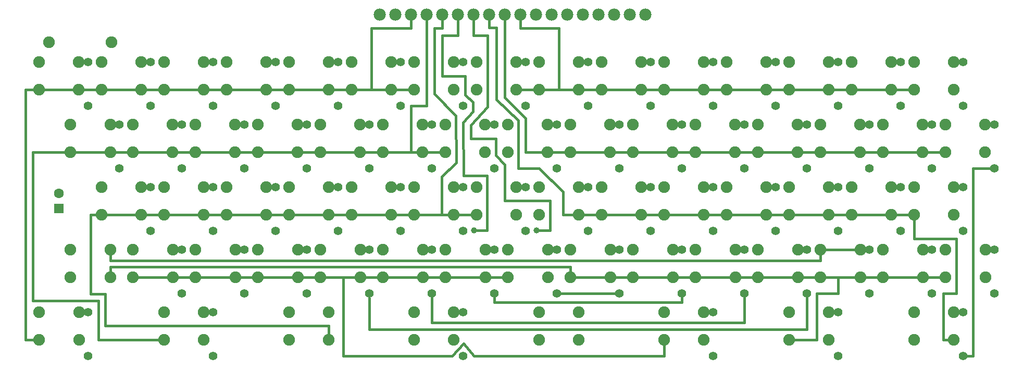
<source format=gbl>
G04 MADE WITH FRITZING*
G04 WWW.FRITZING.ORG*
G04 DOUBLE SIDED*
G04 HOLES PLATED*
G04 CONTOUR ON CENTER OF CONTOUR VECTOR*
%ASAXBY*%
%FSLAX23Y23*%
%MOIN*%
%OFA0B0*%
%SFA1.0B1.0*%
%ADD10C,0.075000*%
%ADD11C,0.062992*%
%ADD12C,0.055433*%
%ADD13C,0.078000*%
%ADD14C,0.039370*%
%ADD15R,0.062992X0.062992*%
%ADD16C,0.016000*%
%LNCOPPER0*%
G90*
G70*
G54D10*
X5057Y590D03*
X4801Y590D03*
X5057Y767D03*
X4801Y767D03*
X3057Y590D03*
X2801Y590D03*
X3057Y767D03*
X2801Y767D03*
X2856Y991D03*
X2600Y991D03*
X2856Y1168D03*
X2600Y1168D03*
X5656Y991D03*
X5400Y991D03*
X5656Y1168D03*
X5400Y1168D03*
X5256Y991D03*
X5000Y991D03*
X5256Y1168D03*
X5000Y1168D03*
X2456Y991D03*
X2200Y991D03*
X2456Y1168D03*
X2200Y1168D03*
X4856Y991D03*
X4600Y991D03*
X4856Y1168D03*
X4600Y1168D03*
X2657Y590D03*
X2401Y590D03*
X2657Y767D03*
X2401Y767D03*
X657Y590D03*
X401Y590D03*
X657Y767D03*
X401Y767D03*
X856Y991D03*
X600Y991D03*
X856Y1168D03*
X600Y1168D03*
X1857Y590D03*
X1601Y590D03*
X1857Y767D03*
X1601Y767D03*
X1057Y590D03*
X801Y590D03*
X1057Y767D03*
X801Y767D03*
X3457Y590D03*
X3201Y590D03*
X3457Y767D03*
X3201Y767D03*
X4056Y991D03*
X3800Y991D03*
X4056Y1168D03*
X3800Y1168D03*
X2257Y590D03*
X2001Y590D03*
X2257Y767D03*
X2001Y767D03*
X5457Y590D03*
X5201Y590D03*
X5457Y767D03*
X5201Y767D03*
X1457Y590D03*
X1201Y590D03*
X1457Y767D03*
X1201Y767D03*
X4456Y190D03*
X4200Y190D03*
X4456Y368D03*
X4200Y368D03*
X2856Y190D03*
X2600Y190D03*
X2856Y368D03*
X2600Y368D03*
X1256Y991D03*
X1000Y991D03*
X1256Y1168D03*
X1000Y1168D03*
X5256Y190D03*
X5000Y190D03*
X5256Y368D03*
X5000Y368D03*
X6056Y190D03*
X5800Y190D03*
X6056Y368D03*
X5800Y368D03*
X2056Y190D03*
X1800Y190D03*
X2056Y368D03*
X1800Y368D03*
X3656Y190D03*
X3400Y190D03*
X3656Y368D03*
X3400Y368D03*
X457Y190D03*
X201Y190D03*
X457Y367D03*
X201Y367D03*
X6257Y590D03*
X6001Y590D03*
X6257Y767D03*
X6001Y767D03*
X6056Y991D03*
X5800Y991D03*
X6056Y1168D03*
X5800Y1168D03*
X1256Y190D03*
X1000Y190D03*
X1256Y368D03*
X1000Y368D03*
X3656Y991D03*
X3400Y991D03*
X3656Y1168D03*
X3400Y1168D03*
X4257Y590D03*
X4001Y590D03*
X4257Y767D03*
X4001Y767D03*
X3857Y590D03*
X3601Y590D03*
X3857Y767D03*
X3601Y767D03*
X2056Y991D03*
X1800Y991D03*
X2056Y1168D03*
X1800Y1168D03*
X3256Y991D03*
X3000Y991D03*
X3256Y1168D03*
X3000Y1168D03*
X4456Y991D03*
X4200Y991D03*
X4456Y1168D03*
X4200Y1168D03*
X4056Y1791D03*
X3800Y1791D03*
X4056Y1968D03*
X3800Y1968D03*
X4456Y1791D03*
X4200Y1791D03*
X4456Y1968D03*
X4200Y1968D03*
X1856Y1390D03*
X1600Y1390D03*
X1856Y1568D03*
X1600Y1568D03*
X4856Y1791D03*
X4600Y1791D03*
X4856Y1968D03*
X4600Y1968D03*
X5656Y1791D03*
X5400Y1791D03*
X5656Y1968D03*
X5400Y1968D03*
X6056Y1791D03*
X5800Y1791D03*
X6056Y1968D03*
X5800Y1968D03*
X5256Y1791D03*
X5000Y1791D03*
X5256Y1968D03*
X5000Y1968D03*
X3656Y1791D03*
X3400Y1791D03*
X3656Y1968D03*
X3400Y1968D03*
X456Y1791D03*
X200Y1791D03*
X456Y1968D03*
X200Y1968D03*
X856Y1791D03*
X600Y1791D03*
X856Y1968D03*
X600Y1968D03*
X3256Y1791D03*
X3000Y1791D03*
X3256Y1968D03*
X3000Y1968D03*
X1256Y1791D03*
X1000Y1791D03*
X1256Y1968D03*
X1000Y1968D03*
X1656Y1791D03*
X1400Y1791D03*
X1656Y1968D03*
X1400Y1968D03*
X2856Y1791D03*
X2600Y1791D03*
X2856Y1968D03*
X2600Y1968D03*
X2056Y1791D03*
X1800Y1791D03*
X2056Y1968D03*
X1800Y1968D03*
X2456Y1791D03*
X2200Y1791D03*
X2456Y1968D03*
X2200Y1968D03*
X1656Y991D03*
X1400Y991D03*
X1656Y1168D03*
X1400Y1168D03*
X4256Y1390D03*
X4000Y1390D03*
X4256Y1568D03*
X4000Y1568D03*
X3456Y1390D03*
X3200Y1390D03*
X3456Y1568D03*
X3200Y1568D03*
X3856Y1390D03*
X3600Y1390D03*
X3856Y1568D03*
X3600Y1568D03*
X6256Y1390D03*
X6000Y1390D03*
X6256Y1568D03*
X6000Y1568D03*
X2256Y1390D03*
X2000Y1390D03*
X2256Y1568D03*
X2000Y1568D03*
X4657Y590D03*
X4401Y590D03*
X4657Y767D03*
X4401Y767D03*
X1056Y1390D03*
X800Y1390D03*
X1056Y1568D03*
X800Y1568D03*
X5857Y590D03*
X5601Y590D03*
X5857Y767D03*
X5601Y767D03*
X1456Y1390D03*
X1200Y1390D03*
X1456Y1568D03*
X1200Y1568D03*
X657Y1390D03*
X401Y1390D03*
X657Y1567D03*
X401Y1567D03*
X4656Y1390D03*
X4400Y1390D03*
X4656Y1568D03*
X4400Y1568D03*
X2656Y1390D03*
X2400Y1390D03*
X2656Y1568D03*
X2400Y1568D03*
X5456Y1390D03*
X5200Y1390D03*
X5456Y1568D03*
X5200Y1568D03*
X5056Y1390D03*
X4800Y1390D03*
X5056Y1568D03*
X4800Y1568D03*
X3056Y1390D03*
X2800Y1390D03*
X3056Y1568D03*
X2800Y1568D03*
X5856Y1390D03*
X5600Y1390D03*
X5856Y1568D03*
X5600Y1568D03*
G54D11*
X329Y1030D03*
X329Y1128D03*
G54D12*
X5515Y489D03*
X5515Y769D03*
X5715Y889D03*
X5715Y1169D03*
X1314Y888D03*
X1314Y1168D03*
X4915Y889D03*
X4915Y1169D03*
X3115Y488D03*
X3115Y768D03*
X4715Y489D03*
X4715Y769D03*
X1914Y488D03*
X1914Y768D03*
X2114Y888D03*
X2114Y1168D03*
X3315Y888D03*
X3315Y1168D03*
X2915Y888D03*
X2915Y1168D03*
X1714Y888D03*
X1714Y1168D03*
X6115Y889D03*
X6115Y1169D03*
X5315Y889D03*
X5315Y1169D03*
X914Y888D03*
X914Y1168D03*
X2515Y889D03*
X2515Y1169D03*
X5115Y489D03*
X5115Y769D03*
X514Y89D03*
X514Y369D03*
X5315Y89D03*
X5315Y369D03*
X2314Y488D03*
X2314Y768D03*
X6115Y89D03*
X6115Y369D03*
X1314Y88D03*
X1314Y368D03*
X2915Y88D03*
X2915Y368D03*
X4515Y89D03*
X4515Y369D03*
X4515Y889D03*
X4515Y1169D03*
X1514Y488D03*
X1514Y768D03*
X2715Y489D03*
X2715Y769D03*
X3515Y488D03*
X3515Y768D03*
X1114Y488D03*
X1114Y768D03*
X4315Y488D03*
X4315Y768D03*
X3915Y488D03*
X3915Y768D03*
X6315Y489D03*
X6315Y769D03*
X5915Y489D03*
X5915Y769D03*
X5314Y1688D03*
X5314Y1968D03*
X4114Y1688D03*
X4114Y1968D03*
X2514Y1688D03*
X2514Y1968D03*
X1513Y1288D03*
X1513Y1568D03*
X4515Y1688D03*
X4515Y1968D03*
X6114Y1688D03*
X6114Y1968D03*
X4915Y1688D03*
X4915Y1968D03*
X5714Y1688D03*
X5714Y1968D03*
X3314Y1688D03*
X3314Y1968D03*
X915Y1688D03*
X915Y1968D03*
X515Y1689D03*
X515Y1969D03*
X3714Y1688D03*
X3714Y1968D03*
X1314Y1688D03*
X1314Y1968D03*
X2114Y1688D03*
X2114Y1968D03*
X2914Y1688D03*
X2914Y1968D03*
X1714Y1688D03*
X1714Y1968D03*
X3715Y888D03*
X3715Y1168D03*
X6314Y1288D03*
X6314Y1568D03*
X5115Y1288D03*
X5115Y1568D03*
X1114Y1288D03*
X1114Y1568D03*
X1913Y1288D03*
X1913Y1568D03*
X2313Y1288D03*
X2313Y1568D03*
X4115Y888D03*
X4115Y1168D03*
X3914Y1288D03*
X3914Y1568D03*
X2714Y1288D03*
X2714Y1568D03*
X4314Y1288D03*
X4314Y1568D03*
X3114Y1288D03*
X3114Y1568D03*
X4715Y1289D03*
X4715Y1569D03*
X714Y1288D03*
X714Y1568D03*
X3514Y1288D03*
X3514Y1568D03*
X5914Y1288D03*
X5914Y1568D03*
X5514Y1288D03*
X5514Y1568D03*
G54D13*
X2381Y2271D03*
X2481Y2271D03*
X2581Y2271D03*
X2681Y2271D03*
X2781Y2271D03*
X2881Y2271D03*
X2981Y2271D03*
X3081Y2271D03*
X3181Y2271D03*
X3281Y2271D03*
X3381Y2271D03*
X3481Y2271D03*
X3581Y2271D03*
X3681Y2271D03*
X3781Y2271D03*
X3881Y2271D03*
X3981Y2271D03*
X4081Y2271D03*
G54D14*
X2983Y891D03*
X3383Y891D03*
G54D10*
X264Y2095D03*
X664Y2095D03*
G54D15*
X329Y1030D03*
G54D16*
X5771Y1791D02*
X5684Y1791D01*
D02*
X5627Y1791D02*
X5428Y1791D01*
D02*
X5371Y1791D02*
X5284Y1791D01*
D02*
X5227Y1791D02*
X5028Y1791D01*
D02*
X4971Y1791D02*
X4884Y1791D01*
D02*
X4827Y1791D02*
X4628Y1791D01*
D02*
X4571Y1791D02*
X4484Y1791D01*
D02*
X4427Y1791D02*
X4228Y1791D01*
D02*
X4171Y1791D02*
X4084Y1791D01*
D02*
X4027Y1791D02*
X3828Y1791D01*
D02*
X3771Y1791D02*
X3684Y1791D01*
D02*
X3627Y1791D02*
X3428Y1791D01*
D02*
X3371Y1791D02*
X3284Y1791D01*
D02*
X2571Y1791D02*
X2484Y1791D01*
D02*
X2427Y1791D02*
X2228Y1791D01*
D02*
X2171Y1791D02*
X2084Y1791D01*
D02*
X2027Y1791D02*
X1828Y1791D01*
D02*
X1771Y1791D02*
X1684Y1791D01*
D02*
X1627Y1791D02*
X1428Y1791D01*
D02*
X1371Y1791D02*
X1284Y1791D01*
D02*
X1227Y1791D02*
X1028Y1791D01*
D02*
X971Y1791D02*
X884Y1791D01*
D02*
X827Y1791D02*
X628Y1791D01*
D02*
X571Y1791D02*
X485Y1791D01*
D02*
X427Y1791D02*
X229Y1791D01*
D02*
X115Y1791D02*
X172Y1791D01*
D02*
X172Y190D02*
X115Y190D01*
D02*
X115Y190D02*
X115Y1791D01*
D02*
X2772Y1390D02*
X2685Y1390D01*
D02*
X2628Y1390D02*
X2429Y1390D01*
D02*
X2372Y1390D02*
X2285Y1390D01*
D02*
X2228Y1390D02*
X2029Y1390D01*
D02*
X1972Y1390D02*
X1885Y1390D01*
D02*
X1828Y1390D02*
X1629Y1390D01*
D02*
X1572Y1390D02*
X1485Y1390D01*
D02*
X1428Y1390D02*
X1229Y1390D01*
D02*
X1172Y1390D02*
X1085Y1390D01*
D02*
X1028Y1390D02*
X829Y1390D01*
D02*
X772Y1390D02*
X685Y1390D01*
D02*
X628Y1390D02*
X429Y1390D01*
D02*
X580Y441D02*
X580Y190D01*
D02*
X161Y441D02*
X580Y441D01*
D02*
X580Y190D02*
X972Y190D01*
D02*
X161Y1390D02*
X161Y441D01*
D02*
X372Y1390D02*
X161Y1390D01*
D02*
X2971Y991D02*
X2884Y991D01*
D02*
X2827Y991D02*
X2629Y991D01*
D02*
X2571Y991D02*
X2484Y991D01*
D02*
X2427Y991D02*
X2229Y991D01*
D02*
X2171Y991D02*
X2084Y991D01*
D02*
X2027Y991D02*
X1829Y991D01*
D02*
X1771Y991D02*
X1684Y991D01*
D02*
X1627Y991D02*
X1429Y991D01*
D02*
X1371Y991D02*
X1284Y991D01*
D02*
X1227Y991D02*
X1029Y991D01*
D02*
X827Y991D02*
X629Y991D01*
D02*
X971Y991D02*
X884Y991D01*
D02*
X530Y991D02*
X571Y991D01*
D02*
X530Y485D02*
X530Y991D01*
D02*
X625Y485D02*
X530Y485D01*
D02*
X2056Y280D02*
X625Y280D01*
D02*
X2056Y219D02*
X2056Y280D01*
D02*
X625Y280D02*
X625Y485D01*
D02*
X3085Y590D02*
X3172Y590D01*
D02*
X3028Y590D02*
X2829Y590D01*
D02*
X2772Y590D02*
X2685Y590D01*
D02*
X2628Y590D02*
X2429Y590D01*
D02*
X2372Y590D02*
X2285Y590D01*
D02*
X2228Y590D02*
X2029Y590D01*
D02*
X1972Y590D02*
X1885Y590D01*
D02*
X1828Y590D02*
X1629Y590D01*
D02*
X1572Y590D02*
X1485Y590D01*
D02*
X1428Y590D02*
X1229Y590D01*
D02*
X1172Y590D02*
X1085Y590D01*
D02*
X1028Y590D02*
X829Y590D01*
D02*
X4200Y87D02*
X4200Y167D01*
D02*
X3178Y590D02*
X2148Y590D01*
D02*
X2148Y88D02*
X2846Y89D01*
D02*
X3572Y1390D02*
X3485Y1390D01*
D02*
X3629Y1390D02*
X3828Y1390D01*
D02*
X3885Y1390D02*
X3972Y1390D01*
D02*
X4029Y1390D02*
X4228Y1390D01*
D02*
X4285Y1390D02*
X4372Y1390D01*
D02*
X4429Y1390D02*
X4628Y1390D01*
D02*
X4685Y1390D02*
X4772Y1390D01*
D02*
X4829Y1390D02*
X5028Y1390D01*
D02*
X5085Y1390D02*
X5172Y1390D01*
D02*
X5229Y1390D02*
X5428Y1390D01*
D02*
X5485Y1390D02*
X5572Y1390D01*
D02*
X5629Y1390D02*
X5828Y1390D01*
D02*
X5885Y1390D02*
X5972Y1390D01*
D02*
X3771Y991D02*
X3684Y991D01*
D02*
X3829Y991D02*
X4027Y991D01*
D02*
X4084Y991D02*
X4171Y991D01*
D02*
X4229Y991D02*
X4427Y991D01*
D02*
X4484Y991D02*
X4571Y991D01*
D02*
X4629Y991D02*
X4827Y991D01*
D02*
X4884Y991D02*
X4971Y991D01*
D02*
X5029Y991D02*
X5227Y991D01*
D02*
X5284Y991D02*
X5371Y991D01*
D02*
X5429Y991D02*
X5627Y991D01*
D02*
X5684Y991D02*
X5771Y991D01*
D02*
X3972Y590D02*
X3885Y590D01*
D02*
X4029Y590D02*
X4228Y590D01*
D02*
X4285Y590D02*
X4372Y590D01*
D02*
X4429Y590D02*
X4628Y590D01*
D02*
X4685Y590D02*
X4772Y590D01*
D02*
X4829Y590D02*
X5028Y590D01*
D02*
X5085Y590D02*
X5172Y590D01*
D02*
X5229Y590D02*
X5428Y590D01*
D02*
X5485Y590D02*
X5572Y590D01*
D02*
X5885Y590D02*
X5972Y590D01*
D02*
X5629Y590D02*
X5828Y590D01*
D02*
X5178Y489D02*
X5178Y190D01*
D02*
X5316Y590D02*
X5316Y489D01*
D02*
X5316Y489D02*
X5178Y489D01*
D02*
X5178Y190D02*
X5023Y190D01*
D02*
X4824Y590D02*
X5316Y590D01*
D02*
X5987Y488D02*
X5987Y190D01*
D02*
X6071Y839D02*
X6071Y488D01*
D02*
X5987Y190D02*
X6028Y190D01*
D02*
X5800Y962D02*
X5800Y839D01*
D02*
X6071Y488D02*
X5987Y488D01*
D02*
X5800Y839D02*
X6071Y839D01*
D02*
X6179Y1288D02*
X6285Y1288D01*
D02*
X6179Y89D02*
X6179Y1288D01*
D02*
X6144Y89D02*
X6179Y89D01*
D02*
X657Y699D02*
X5201Y699D01*
D02*
X657Y738D02*
X657Y699D01*
D02*
X5201Y699D02*
X5201Y739D01*
D02*
X657Y659D02*
X657Y619D01*
D02*
X3601Y619D02*
X3601Y659D01*
D02*
X3601Y659D02*
X657Y659D01*
D02*
X3828Y590D02*
X3629Y590D01*
D02*
X5428Y767D02*
X5229Y767D01*
D02*
X3528Y1791D02*
X3284Y1791D01*
D02*
X3528Y2185D02*
X3528Y1791D01*
D02*
X3281Y2240D02*
X3281Y2185D01*
D02*
X3281Y2185D02*
X3528Y2185D01*
D02*
X3313Y1390D02*
X3428Y1390D01*
D02*
X3313Y1608D02*
X3313Y1390D01*
D02*
X3180Y1741D02*
X3313Y1608D01*
D02*
X3181Y2240D02*
X3180Y1741D01*
D02*
X3129Y2188D02*
X3129Y1728D01*
D02*
X3081Y2188D02*
X3129Y2188D01*
D02*
X3402Y1288D02*
X3553Y1139D01*
D02*
X3129Y1728D02*
X3267Y1594D01*
D02*
X3267Y1288D02*
X3402Y1288D01*
D02*
X3553Y991D02*
X3627Y991D01*
D02*
X3081Y2240D02*
X3081Y2188D01*
D02*
X3553Y1139D02*
X3553Y991D01*
D02*
X3267Y1594D02*
X3267Y1288D01*
D02*
X2981Y2138D02*
X3071Y2138D01*
D02*
X3071Y2138D02*
X3071Y1681D01*
D02*
X2964Y1563D02*
X2964Y1477D01*
D02*
X3124Y1370D02*
X3180Y1312D01*
D02*
X3071Y1681D02*
X2964Y1563D01*
D02*
X2964Y1477D02*
X3125Y1477D01*
D02*
X2981Y2240D02*
X2981Y2138D01*
D02*
X3471Y891D02*
X3402Y891D01*
D02*
X3471Y1081D02*
X3471Y891D01*
D02*
X3180Y1312D02*
X3180Y1081D01*
D02*
X3180Y1081D02*
X3471Y1081D01*
D02*
X3125Y1477D02*
X3124Y1370D01*
D02*
X2780Y1879D02*
X2927Y1879D01*
D02*
X2927Y1879D02*
X2927Y1756D01*
D02*
X2978Y1710D02*
X2978Y1650D01*
D02*
X2915Y1581D02*
X2918Y1241D01*
D02*
X2978Y1650D02*
X2915Y1581D01*
D02*
X2780Y2139D02*
X2780Y1879D01*
D02*
X2881Y2240D02*
X2881Y2139D01*
D02*
X3067Y891D02*
X3002Y891D01*
D02*
X3067Y1241D02*
X3067Y891D01*
D02*
X2881Y2139D02*
X2780Y2139D01*
D02*
X2918Y1241D02*
X3067Y1241D01*
D02*
X2927Y1756D02*
X2978Y1710D01*
D02*
X2869Y1623D02*
X2871Y1325D01*
D02*
X2871Y1325D02*
X2778Y1234D01*
D02*
X2781Y2185D02*
X2730Y2185D01*
D02*
X2730Y2185D02*
X2731Y1763D01*
D02*
X2781Y2240D02*
X2781Y2185D01*
D02*
X2778Y1234D02*
X2778Y991D01*
D02*
X2778Y991D02*
X2971Y991D01*
D02*
X2731Y1763D02*
X2869Y1623D01*
D02*
X2580Y1390D02*
X2772Y1390D01*
D02*
X2580Y1688D02*
X2580Y1390D01*
D02*
X2681Y1688D02*
X2580Y1688D01*
D02*
X2681Y2240D02*
X2681Y1688D01*
D02*
X2581Y2183D02*
X2328Y2183D01*
D02*
X2328Y1791D02*
X2571Y1791D01*
D02*
X2328Y2183D02*
X2328Y1791D01*
D02*
X2581Y2240D02*
X2581Y2183D01*
D02*
X5115Y259D02*
X2314Y259D01*
D02*
X2314Y259D02*
X2314Y459D01*
D02*
X5115Y460D02*
X5115Y259D01*
D02*
X2715Y300D02*
X2715Y460D01*
D02*
X4715Y300D02*
X2715Y300D01*
D02*
X4715Y460D02*
X4715Y300D01*
D02*
X3115Y432D02*
X3115Y460D01*
D02*
X4315Y460D02*
X4315Y432D01*
D02*
X4315Y432D02*
X3115Y432D01*
D02*
X3886Y488D02*
X3543Y488D01*
D02*
X2148Y590D02*
X2148Y88D01*
D02*
X2983Y87D02*
X4200Y87D01*
D02*
X2917Y167D02*
X2983Y87D01*
D02*
X2846Y89D02*
X2917Y167D01*
G04 End of Copper0*
M02*
</source>
